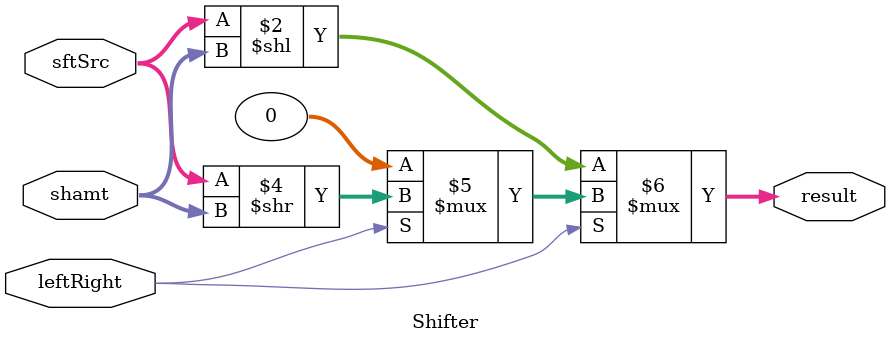
<source format=v>
module Shifter (
    result,
    leftRight,
    shamt,
    sftSrc
);

  //I/O ports
  input leftRight;
  input [5-1:0] shamt;
  input [32-1:0] sftSrc;

  output [32-1:0] result;
  //Internal Signals
  wire [32-1:0] result;

  //Main function
   assign result = (leftRight == 0) ? (sftSrc << shamt) : 
                   (leftRight == 1) ? (sftSrc >> shamt) : 0 ;


endmodule

</source>
